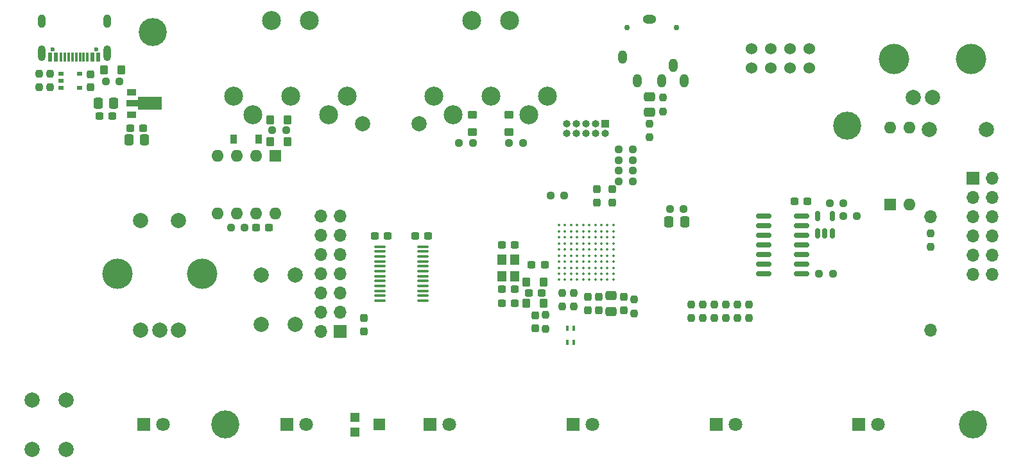
<source format=gbr>
%TF.GenerationSoftware,KiCad,Pcbnew,7.0.1-0*%
%TF.CreationDate,2023-04-13T14:17:20-07:00*%
%TF.ProjectId,Tesla Coil MIDI Synth,5465736c-6120-4436-9f69-6c204d494449,1*%
%TF.SameCoordinates,Original*%
%TF.FileFunction,Soldermask,Top*%
%TF.FilePolarity,Negative*%
%FSLAX46Y46*%
G04 Gerber Fmt 4.6, Leading zero omitted, Abs format (unit mm)*
G04 Created by KiCad (PCBNEW 7.0.1-0) date 2023-04-13 14:17:20*
%MOMM*%
%LPD*%
G01*
G04 APERTURE LIST*
G04 Aperture macros list*
%AMRoundRect*
0 Rectangle with rounded corners*
0 $1 Rounding radius*
0 $2 $3 $4 $5 $6 $7 $8 $9 X,Y pos of 4 corners*
0 Add a 4 corners polygon primitive as box body*
4,1,4,$2,$3,$4,$5,$6,$7,$8,$9,$2,$3,0*
0 Add four circle primitives for the rounded corners*
1,1,$1+$1,$2,$3*
1,1,$1+$1,$4,$5*
1,1,$1+$1,$6,$7*
1,1,$1+$1,$8,$9*
0 Add four rect primitives between the rounded corners*
20,1,$1+$1,$2,$3,$4,$5,0*
20,1,$1+$1,$4,$5,$6,$7,0*
20,1,$1+$1,$6,$7,$8,$9,0*
20,1,$1+$1,$8,$9,$2,$3,0*%
%AMFreePoly0*
4,1,9,3.862500,-0.866500,0.737500,-0.866500,0.737500,-0.450000,-0.737500,-0.450000,-0.737500,0.450000,0.737500,0.450000,0.737500,0.866500,3.862500,0.866500,3.862500,-0.866500,3.862500,-0.866500,$1*%
G04 Aperture macros list end*
%ADD10C,0.600000*%
%ADD11R,0.600000X1.150000*%
%ADD12R,0.300000X1.150000*%
%ADD13O,1.000000X1.800000*%
%ADD14O,1.000000X2.100000*%
%ADD15RoundRect,0.237500X0.250000X0.237500X-0.250000X0.237500X-0.250000X-0.237500X0.250000X-0.237500X0*%
%ADD16RoundRect,0.150000X0.150000X-0.512500X0.150000X0.512500X-0.150000X0.512500X-0.150000X-0.512500X0*%
%ADD17RoundRect,0.237500X0.300000X0.237500X-0.300000X0.237500X-0.300000X-0.237500X0.300000X-0.237500X0*%
%ADD18RoundRect,0.237500X0.237500X-0.300000X0.237500X0.300000X-0.237500X0.300000X-0.237500X-0.300000X0*%
%ADD19RoundRect,0.250000X-0.350000X0.275000X-0.350000X-0.275000X0.350000X-0.275000X0.350000X0.275000X0*%
%ADD20RoundRect,0.250000X0.337500X0.475000X-0.337500X0.475000X-0.337500X-0.475000X0.337500X-0.475000X0*%
%ADD21RoundRect,0.250000X0.275000X0.350000X-0.275000X0.350000X-0.275000X-0.350000X0.275000X-0.350000X0*%
%ADD22R,0.800000X0.550000*%
%ADD23C,2.500000*%
%ADD24RoundRect,0.237500X-0.237500X0.250000X-0.237500X-0.250000X0.237500X-0.250000X0.237500X0.250000X0*%
%ADD25R,1.800000X1.800000*%
%ADD26C,1.800000*%
%ADD27RoundRect,0.100000X-0.637500X-0.100000X0.637500X-0.100000X0.637500X0.100000X-0.637500X0.100000X0*%
%ADD28RoundRect,0.250000X-0.275000X-0.350000X0.275000X-0.350000X0.275000X0.350000X-0.275000X0.350000X0*%
%ADD29C,4.000000*%
%ADD30C,2.000000*%
%ADD31RoundRect,0.237500X-0.300000X-0.237500X0.300000X-0.237500X0.300000X0.237500X-0.300000X0.237500X0*%
%ADD32R,0.900000X1.200000*%
%ADD33C,3.700000*%
%ADD34RoundRect,0.237500X-0.250000X-0.237500X0.250000X-0.237500X0.250000X0.237500X-0.250000X0.237500X0*%
%ADD35RoundRect,0.237500X-0.237500X0.300000X-0.237500X-0.300000X0.237500X-0.300000X0.237500X0.300000X0*%
%ADD36RoundRect,0.237500X0.237500X-0.250000X0.237500X0.250000X-0.237500X0.250000X-0.237500X-0.250000X0*%
%ADD37C,1.524000*%
%ADD38R,1.600000X1.600000*%
%ADD39O,1.600000X1.600000*%
%ADD40R,1.700000X1.700000*%
%ADD41O,1.700000X1.700000*%
%ADD42RoundRect,0.250000X-0.337500X-0.475000X0.337500X-0.475000X0.337500X0.475000X-0.337500X0.475000X0*%
%ADD43C,0.350000*%
%ADD44R,1.300000X0.900000*%
%ADD45FreePoly0,0.000000*%
%ADD46R,1.200000X1.400000*%
%ADD47RoundRect,0.250000X-0.475000X0.337500X-0.475000X-0.337500X0.475000X-0.337500X0.475000X0.337500X0*%
%ADD48R,1.000000X1.000000*%
%ADD49O,1.000000X1.000000*%
%ADD50C,0.750000*%
%ADD51O,1.200000X1.800000*%
%ADD52O,1.800000X1.200000*%
%ADD53R,1.200000X1.200000*%
%ADD54R,1.500000X1.600000*%
%ADD55RoundRect,0.250000X0.475000X-0.337500X0.475000X0.337500X-0.475000X0.337500X-0.475000X-0.337500X0*%
%ADD56RoundRect,0.150000X-0.825000X-0.150000X0.825000X-0.150000X0.825000X0.150000X-0.825000X0.150000X0*%
%ADD57R,0.400000X0.750000*%
%ADD58RoundRect,0.250000X0.350000X-0.275000X0.350000X0.275000X-0.350000X0.275000X-0.350000X-0.275000X0*%
G04 APERTURE END LIST*
D10*
%TO.C,J1*%
X25838500Y-26357000D03*
X31618500Y-26357000D03*
D11*
X31928500Y-27432000D03*
X25528500Y-27432000D03*
X26328500Y-27432000D03*
X31128500Y-27432000D03*
D12*
X29978500Y-27432000D03*
X28978500Y-27432000D03*
X28478500Y-27432000D03*
X27478500Y-27432000D03*
X26978500Y-27432000D03*
X27978500Y-27432000D03*
X29478500Y-27432000D03*
X30478500Y-27432000D03*
D13*
X33048500Y-22677000D03*
X24408500Y-22677000D03*
D14*
X33048500Y-26857000D03*
X24408500Y-26857000D03*
%TD*%
D15*
%TO.C,R29*%
X34694500Y-30607000D03*
X32869500Y-30607000D03*
%TD*%
D16*
%TO.C,U9*%
X126812000Y-50667500D03*
X127762000Y-50667500D03*
X128712000Y-50667500D03*
X128712000Y-48392500D03*
X126812000Y-48392500D03*
%TD*%
D17*
%TO.C,C2*%
X33755500Y-35179000D03*
X32030500Y-35179000D03*
%TD*%
D18*
%TO.C,C25*%
X97663000Y-46582500D03*
X97663000Y-44857500D03*
%TD*%
D19*
%TO.C,FB3*%
X86106000Y-35045000D03*
X86106000Y-37345000D03*
%TD*%
D15*
%TO.C,R21*%
X51204500Y-49911000D03*
X49379500Y-49911000D03*
%TD*%
D20*
%TO.C,C5*%
X37994500Y-38354000D03*
X35919500Y-38354000D03*
%TD*%
D17*
%TO.C,C6*%
X86841500Y-59944000D03*
X85116500Y-59944000D03*
%TD*%
D21*
%TO.C,FB5*%
X56903000Y-38608000D03*
X54603000Y-38608000D03*
%TD*%
D22*
%TO.C,D1*%
X27020500Y-29601000D03*
X27020500Y-30551000D03*
X27020500Y-31501000D03*
X29420500Y-31501000D03*
X29420500Y-29601000D03*
%TD*%
D23*
%TO.C,J7*%
X49777000Y-32559000D03*
X59777000Y-22559000D03*
X57277000Y-32559000D03*
X54777000Y-22559000D03*
X64777000Y-32559000D03*
X52277000Y-35059000D03*
X62277000Y-35059000D03*
%TD*%
D24*
%TO.C,R16*%
X24130000Y-29567500D03*
X24130000Y-31392500D03*
%TD*%
%TO.C,R15*%
X117729000Y-60047500D03*
X117729000Y-61872500D03*
%TD*%
D25*
%TO.C,D2*%
X37918571Y-75946000D03*
D26*
X40458571Y-75946000D03*
%TD*%
D27*
%TO.C,U5*%
X69019500Y-52432000D03*
X69019500Y-53082000D03*
X69019500Y-53732000D03*
X69019500Y-54382000D03*
X69019500Y-55032000D03*
X69019500Y-55682000D03*
X69019500Y-56332000D03*
X69019500Y-56982000D03*
X69019500Y-57632000D03*
X69019500Y-58282000D03*
X69019500Y-58932000D03*
X69019500Y-59582000D03*
X74744500Y-59582000D03*
X74744500Y-58932000D03*
X74744500Y-58282000D03*
X74744500Y-57632000D03*
X74744500Y-56982000D03*
X74744500Y-56332000D03*
X74744500Y-55682000D03*
X74744500Y-55032000D03*
X74744500Y-54382000D03*
X74744500Y-53732000D03*
X74744500Y-53082000D03*
X74744500Y-52432000D03*
%TD*%
D15*
%TO.C,R9*%
X102385500Y-42418000D03*
X100560500Y-42418000D03*
%TD*%
D28*
%TO.C,FB1*%
X88385000Y-59944000D03*
X90685000Y-59944000D03*
%TD*%
D29*
%TO.C,SW3*%
X34405000Y-56007000D03*
X45605000Y-56007000D03*
D30*
X37505000Y-63507000D03*
X42505000Y-63507000D03*
X40005000Y-63507000D03*
X37505000Y-49007000D03*
X42505000Y-49007000D03*
%TD*%
D31*
%TO.C,C20*%
X68352500Y-51054000D03*
X70077500Y-51054000D03*
%TD*%
D32*
%TO.C,D8*%
X53085000Y-38227000D03*
X49785000Y-38227000D03*
%TD*%
D18*
%TO.C,C21*%
X66929000Y-63600500D03*
X66929000Y-61875500D03*
%TD*%
D25*
%TO.C,D6*%
X113392857Y-75946000D03*
D26*
X115932857Y-75946000D03*
%TD*%
D24*
%TO.C,R28*%
X25527000Y-29567500D03*
X25527000Y-31392500D03*
%TD*%
D33*
%TO.C,REF\u002A\u002A*%
X48641000Y-75946000D03*
%TD*%
D34*
%TO.C,R18*%
X128373500Y-46736000D03*
X130198500Y-46736000D03*
%TD*%
D35*
%TO.C,C11*%
X96520000Y-59081500D03*
X96520000Y-60806500D03*
%TD*%
D30*
%TO.C,SW1*%
X23150000Y-79196000D03*
X23150000Y-72696000D03*
X27650000Y-79196000D03*
X27650000Y-72696000D03*
%TD*%
D17*
%TO.C,C13*%
X86843500Y-58039000D03*
X85118500Y-58039000D03*
%TD*%
D15*
%TO.C,R2*%
X93368500Y-45720000D03*
X91543500Y-45720000D03*
%TD*%
D30*
%TO.C,C23*%
X141538000Y-36957000D03*
X149038000Y-36957000D03*
%TD*%
D36*
%TO.C,R17*%
X104648000Y-37996500D03*
X104648000Y-36171500D03*
%TD*%
D18*
%TO.C,C16*%
X99695000Y-46582500D03*
X99695000Y-44857500D03*
%TD*%
D35*
%TO.C,C7*%
X97917000Y-59081500D03*
X97917000Y-60806500D03*
%TD*%
D17*
%TO.C,C22*%
X75411500Y-51054000D03*
X73686500Y-51054000D03*
%TD*%
D24*
%TO.C,R14*%
X116205000Y-60047500D03*
X116205000Y-61872500D03*
%TD*%
D37*
%TO.C,U4*%
X118110000Y-28829000D03*
X120650000Y-28829000D03*
X123190000Y-28829000D03*
X125730000Y-28829000D03*
X125730000Y-26289000D03*
X123190000Y-26289000D03*
X120650000Y-26289000D03*
X118110000Y-26289000D03*
%TD*%
D36*
%TO.C,R6*%
X93091000Y-60348500D03*
X93091000Y-58523500D03*
%TD*%
D25*
%TO.C,D4*%
X75655714Y-75946000D03*
D26*
X78195714Y-75946000D03*
%TD*%
D15*
%TO.C,R7*%
X102385500Y-39624000D03*
X100560500Y-39624000D03*
%TD*%
D38*
%TO.C,U3*%
X136393000Y-46883000D03*
D39*
X138933000Y-46883000D03*
X138933000Y-36723000D03*
X136393000Y-36723000D03*
%TD*%
D40*
%TO.C,U7*%
X63775000Y-63627000D03*
D41*
X61235000Y-63627000D03*
X63775000Y-61087000D03*
X61235000Y-61087000D03*
X63775000Y-58547000D03*
X61235000Y-58547000D03*
X63775000Y-56007000D03*
X61235000Y-56007000D03*
X63775000Y-53467000D03*
X61235000Y-53467000D03*
X63775000Y-50927000D03*
X61235000Y-50927000D03*
X63775000Y-48387000D03*
X61235000Y-48387000D03*
X141735000Y-48507000D03*
X141735000Y-63507000D03*
%TD*%
D36*
%TO.C,R20*%
X106426000Y-34567500D03*
X106426000Y-32742500D03*
%TD*%
D42*
%TO.C,C24*%
X107166500Y-49149000D03*
X109241500Y-49149000D03*
%TD*%
D28*
%TO.C,FB2*%
X88385000Y-57150000D03*
X90685000Y-57150000D03*
%TD*%
D17*
%TO.C,C26*%
X125449500Y-46482000D03*
X123724500Y-46482000D03*
%TD*%
D24*
%TO.C,R13*%
X114681000Y-60047500D03*
X114681000Y-61872500D03*
%TD*%
D40*
%TO.C,J3*%
X147315000Y-43439000D03*
D41*
X149855000Y-43439000D03*
X147315000Y-45979000D03*
X149855000Y-45979000D03*
X147315000Y-48519000D03*
X149855000Y-48519000D03*
X147315000Y-51059000D03*
X149855000Y-51059000D03*
X147315000Y-53599000D03*
X149855000Y-53599000D03*
X147315000Y-56139000D03*
X149855000Y-56139000D03*
%TD*%
D33*
%TO.C,REF\u002A\u002A*%
X147320000Y-75946000D03*
%TD*%
D36*
%TO.C,R4*%
X102616000Y-61237500D03*
X102616000Y-59412500D03*
%TD*%
D15*
%TO.C,R1*%
X102385500Y-43815000D03*
X100560500Y-43815000D03*
%TD*%
D43*
%TO.C,U2*%
X92666000Y-49613000D03*
X93466000Y-49613000D03*
X94266000Y-49613000D03*
X95066000Y-49613000D03*
X95866000Y-49613000D03*
X96666000Y-49613000D03*
X97466000Y-49613000D03*
X98266000Y-49613000D03*
X99066000Y-49613000D03*
X99866000Y-49613000D03*
X92666000Y-50413000D03*
X93466000Y-50413000D03*
X94266000Y-50413000D03*
X95066000Y-50413000D03*
X95866000Y-50413000D03*
X96666000Y-50413000D03*
X97466000Y-50413000D03*
X98266000Y-50413000D03*
X99066000Y-50413000D03*
X99866000Y-50413000D03*
X92666000Y-51213000D03*
X93466000Y-51213000D03*
X94266000Y-51213000D03*
X95066000Y-51213000D03*
X95866000Y-51213000D03*
X96666000Y-51213000D03*
X97466000Y-51213000D03*
X98266000Y-51213000D03*
X99066000Y-51213000D03*
X99866000Y-51213000D03*
X92666000Y-52013000D03*
X93466000Y-52013000D03*
X94266000Y-52013000D03*
X95066000Y-52013000D03*
X95866000Y-52013000D03*
X96666000Y-52013000D03*
X97466000Y-52013000D03*
X98266000Y-52013000D03*
X99066000Y-52013000D03*
X99866000Y-52013000D03*
X92666000Y-52813000D03*
X93466000Y-52813000D03*
X94266000Y-52813000D03*
X95066000Y-52813000D03*
X95866000Y-52813000D03*
X96666000Y-52813000D03*
X97466000Y-52813000D03*
X98266000Y-52813000D03*
X99066000Y-52813000D03*
X99866000Y-52813000D03*
X92666000Y-53613000D03*
X93466000Y-53613000D03*
X94266000Y-53613000D03*
X95066000Y-53613000D03*
X95866000Y-53613000D03*
X96666000Y-53613000D03*
X97466000Y-53613000D03*
X98266000Y-53613000D03*
X99066000Y-53613000D03*
X99866000Y-53613000D03*
X92666000Y-54413000D03*
X93466000Y-54413000D03*
X94266000Y-54413000D03*
X95066000Y-54413000D03*
X95866000Y-54413000D03*
X96666000Y-54413000D03*
X97466000Y-54413000D03*
X98266000Y-54413000D03*
X99066000Y-54413000D03*
X99866000Y-54413000D03*
X92666000Y-55213000D03*
X93466000Y-55213000D03*
X94266000Y-55213000D03*
X95066000Y-55213000D03*
X95866000Y-55213000D03*
X96666000Y-55213000D03*
X97466000Y-55213000D03*
X98266000Y-55213000D03*
X99066000Y-55213000D03*
X99866000Y-55213000D03*
X92666000Y-56013000D03*
X93466000Y-56013000D03*
X94266000Y-56013000D03*
X95066000Y-56013000D03*
X95866000Y-56013000D03*
X96666000Y-56013000D03*
X97466000Y-56013000D03*
X98266000Y-56013000D03*
X99066000Y-56013000D03*
X99866000Y-56013000D03*
X92666000Y-56813000D03*
X93466000Y-56813000D03*
X94266000Y-56813000D03*
X95066000Y-56813000D03*
X95866000Y-56813000D03*
X96666000Y-56813000D03*
X97466000Y-56813000D03*
X98266000Y-56813000D03*
X99066000Y-56813000D03*
X99866000Y-56813000D03*
%TD*%
D38*
%TO.C,U6*%
X55235000Y-40396000D03*
D39*
X52695000Y-40396000D03*
X50155000Y-40396000D03*
X47615000Y-40396000D03*
X47615000Y-48016000D03*
X50155000Y-48016000D03*
X52695000Y-48016000D03*
X55235000Y-48016000D03*
%TD*%
D15*
%TO.C,R23*%
X87907500Y-38735000D03*
X86082500Y-38735000D03*
%TD*%
D29*
%TO.C,J5*%
X136906000Y-27686000D03*
X147066000Y-27686000D03*
D30*
X141986000Y-32766000D03*
X139446000Y-32766000D03*
%TD*%
D28*
%TO.C,L1*%
X32632000Y-29083000D03*
X34932000Y-29083000D03*
%TD*%
D44*
%TO.C,U1*%
X36323000Y-32028000D03*
D45*
X36410500Y-33528000D03*
D44*
X36323000Y-35028000D03*
%TD*%
D35*
%TO.C,C8*%
X101219000Y-59081500D03*
X101219000Y-60806500D03*
%TD*%
D31*
%TO.C,C18*%
X52708000Y-49911000D03*
X54433000Y-49911000D03*
%TD*%
D15*
%TO.C,R27*%
X109116500Y-47498000D03*
X107291500Y-47498000D03*
%TD*%
D46*
%TO.C,Y1*%
X85131000Y-54145000D03*
X85131000Y-56345000D03*
X86831000Y-56345000D03*
X86831000Y-54145000D03*
%TD*%
D34*
%TO.C,R24*%
X54840500Y-37084000D03*
X56665500Y-37084000D03*
%TD*%
D24*
%TO.C,R12*%
X113157000Y-60047500D03*
X113157000Y-61872500D03*
%TD*%
D47*
%TO.C,C10*%
X99568000Y-58906500D03*
X99568000Y-60981500D03*
%TD*%
D28*
%TO.C,FB4*%
X54603000Y-35687000D03*
X56903000Y-35687000D03*
%TD*%
D33*
%TO.C,REF\u002A\u002A*%
X130683000Y-36449000D03*
%TD*%
D25*
%TO.C,D3*%
X56787143Y-75946000D03*
D26*
X59327143Y-75946000D03*
%TD*%
D34*
%TO.C,R22*%
X126976500Y-56007000D03*
X128801500Y-56007000D03*
%TD*%
D24*
%TO.C,R10*%
X110109000Y-60047500D03*
X110109000Y-61872500D03*
%TD*%
D35*
%TO.C,C9*%
X89535000Y-61494500D03*
X89535000Y-63219500D03*
%TD*%
D30*
%TO.C,C19*%
X74235000Y-36195000D03*
X66735000Y-36195000D03*
%TD*%
D48*
%TO.C,J2*%
X98816000Y-36205000D03*
D49*
X98816000Y-37475000D03*
X97546000Y-36205000D03*
X97546000Y-37475000D03*
X96276000Y-36205000D03*
X96276000Y-37475000D03*
X95006000Y-36205000D03*
X95006000Y-37475000D03*
X93736000Y-36205000D03*
X93736000Y-37475000D03*
%TD*%
D50*
%TO.C,J4*%
X108148000Y-23495000D03*
X101648000Y-23495000D03*
D51*
X106248000Y-30495000D03*
X107748000Y-28495000D03*
X109148000Y-30495000D03*
D52*
X104648000Y-22395000D03*
D51*
X101048000Y-27395000D03*
X103048000Y-30495000D03*
%TD*%
D35*
%TO.C,C3*%
X30887500Y-29688500D03*
X30887500Y-31413500D03*
%TD*%
D53*
%TO.C,RV1*%
X65764000Y-74946000D03*
D54*
X69014000Y-75946000D03*
D53*
X65764000Y-76946000D03*
%TD*%
D20*
%TO.C,C1*%
X33930500Y-33528000D03*
X31855500Y-33528000D03*
%TD*%
D23*
%TO.C,J6*%
X76193000Y-32559000D03*
X86193000Y-22559000D03*
X83693000Y-32559000D03*
X81193000Y-22559000D03*
X91193000Y-32559000D03*
X78693000Y-35059000D03*
X88693000Y-35059000D03*
%TD*%
D36*
%TO.C,R5*%
X94615000Y-60348500D03*
X94615000Y-58523500D03*
%TD*%
D55*
%TO.C,C17*%
X104648000Y-34692500D03*
X104648000Y-32617500D03*
%TD*%
D33*
%TO.C,REF\u002A\u002A*%
X39116000Y-24130000D03*
%TD*%
D24*
%TO.C,R3*%
X90932000Y-61444500D03*
X90932000Y-63269500D03*
%TD*%
D25*
%TO.C,D7*%
X132261429Y-75946000D03*
D26*
X134801429Y-75946000D03*
%TD*%
D24*
%TO.C,R26*%
X141732000Y-50649500D03*
X141732000Y-52474500D03*
%TD*%
D56*
%TO.C,U8*%
X119699000Y-48387000D03*
X119699000Y-49657000D03*
X119699000Y-50927000D03*
X119699000Y-52197000D03*
X119699000Y-53467000D03*
X119699000Y-54737000D03*
X119699000Y-56007000D03*
X124649000Y-56007000D03*
X124649000Y-54737000D03*
X124649000Y-53467000D03*
X124649000Y-52197000D03*
X124649000Y-50927000D03*
X124649000Y-49657000D03*
X124649000Y-48387000D03*
%TD*%
D17*
%TO.C,C4*%
X37819500Y-36830000D03*
X36094500Y-36830000D03*
%TD*%
%TO.C,C14*%
X90778500Y-54864000D03*
X89053500Y-54864000D03*
%TD*%
D25*
%TO.C,D5*%
X94524286Y-75946000D03*
D26*
X97064286Y-75946000D03*
%TD*%
D30*
%TO.C,SW2*%
X53376000Y-62686000D03*
X53376000Y-56186000D03*
X57876000Y-62686000D03*
X57876000Y-56186000D03*
%TD*%
D57*
%TO.C,FL1*%
X93809000Y-65060000D03*
X93809000Y-63210000D03*
X94659000Y-65060000D03*
X94659000Y-63210000D03*
%TD*%
D15*
%TO.C,R25*%
X81303500Y-38735000D03*
X79478500Y-38735000D03*
%TD*%
D17*
%TO.C,C12*%
X86843500Y-52197000D03*
X85118500Y-52197000D03*
%TD*%
D24*
%TO.C,R11*%
X111633000Y-60047500D03*
X111633000Y-61872500D03*
%TD*%
D15*
%TO.C,R19*%
X131976500Y-48387000D03*
X130151500Y-48387000D03*
%TD*%
D17*
%TO.C,C15*%
X90397500Y-58547000D03*
X88672500Y-58547000D03*
%TD*%
D58*
%TO.C,FB6*%
X81280000Y-37345000D03*
X81280000Y-35045000D03*
%TD*%
D15*
%TO.C,R8*%
X102385500Y-41021000D03*
X100560500Y-41021000D03*
%TD*%
M02*

</source>
